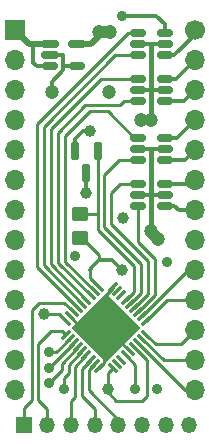
<source format=gbr>
%TF.GenerationSoftware,KiCad,Pcbnew,7.0.8*%
%TF.CreationDate,2024-04-19T17:39:30-04:00*%
%TF.ProjectId,rcl57_mcu,72636c35-375f-46d6-9375-2e6b69636164,rev?*%
%TF.SameCoordinates,Original*%
%TF.FileFunction,Copper,L1,Top*%
%TF.FilePolarity,Positive*%
%FSLAX46Y46*%
G04 Gerber Fmt 4.6, Leading zero omitted, Abs format (unit mm)*
G04 Created by KiCad (PCBNEW 7.0.8) date 2024-04-19 17:39:30*
%MOMM*%
%LPD*%
G01*
G04 APERTURE LIST*
G04 Aperture macros list*
%AMRoundRect*
0 Rectangle with rounded corners*
0 $1 Rounding radius*
0 $2 $3 $4 $5 $6 $7 $8 $9 X,Y pos of 4 corners*
0 Add a 4 corners polygon primitive as box body*
4,1,4,$2,$3,$4,$5,$6,$7,$8,$9,$2,$3,0*
0 Add four circle primitives for the rounded corners*
1,1,$1+$1,$2,$3*
1,1,$1+$1,$4,$5*
1,1,$1+$1,$6,$7*
1,1,$1+$1,$8,$9*
0 Add four rect primitives between the rounded corners*
20,1,$1+$1,$2,$3,$4,$5,0*
20,1,$1+$1,$4,$5,$6,$7,0*
20,1,$1+$1,$6,$7,$8,$9,0*
20,1,$1+$1,$8,$9,$2,$3,0*%
%AMRotRect*
0 Rectangle, with rotation*
0 The origin of the aperture is its center*
0 $1 length*
0 $2 width*
0 $3 Rotation angle, in degrees counterclockwise*
0 Add horizontal line*
21,1,$1,$2,0,0,$3*%
G04 Aperture macros list end*
%TA.AperFunction,SMDPad,CuDef*%
%ADD10RoundRect,0.062500X0.380070X-0.291682X-0.291682X0.380070X-0.380070X0.291682X0.291682X-0.380070X0*%
%TD*%
%TA.AperFunction,SMDPad,CuDef*%
%ADD11RoundRect,0.062500X0.380070X0.291682X0.291682X0.380070X-0.380070X-0.291682X-0.291682X-0.380070X0*%
%TD*%
%TA.AperFunction,SMDPad,CuDef*%
%ADD12RotRect,4.100000X4.100000X135.000000*%
%TD*%
%TA.AperFunction,SMDPad,CuDef*%
%ADD13RoundRect,0.150000X-0.512500X-0.150000X0.512500X-0.150000X0.512500X0.150000X-0.512500X0.150000X0*%
%TD*%
%TA.AperFunction,ComponentPad*%
%ADD14R,1.350000X1.350000*%
%TD*%
%TA.AperFunction,ComponentPad*%
%ADD15O,1.350000X1.350000*%
%TD*%
%TA.AperFunction,SMDPad,CuDef*%
%ADD16RoundRect,0.250000X0.450000X-0.350000X0.450000X0.350000X-0.450000X0.350000X-0.450000X-0.350000X0*%
%TD*%
%TA.AperFunction,SMDPad,CuDef*%
%ADD17RoundRect,0.150000X-0.150000X0.650000X-0.150000X-0.650000X0.150000X-0.650000X0.150000X0.650000X0*%
%TD*%
%TA.AperFunction,SMDPad,CuDef*%
%ADD18RoundRect,0.150000X-0.600000X-0.150000X0.600000X-0.150000X0.600000X0.150000X-0.600000X0.150000X0*%
%TD*%
%TA.AperFunction,ComponentPad*%
%ADD19R,1.700000X1.700000*%
%TD*%
%TA.AperFunction,ComponentPad*%
%ADD20O,1.700000X1.700000*%
%TD*%
%TA.AperFunction,ComponentPad*%
%ADD21C,1.700000*%
%TD*%
%TA.AperFunction,ViaPad*%
%ADD22C,0.900000*%
%TD*%
%TA.AperFunction,ViaPad*%
%ADD23C,1.200000*%
%TD*%
%TA.AperFunction,ViaPad*%
%ADD24C,1.000000*%
%TD*%
%TA.AperFunction,Conductor*%
%ADD25C,0.250000*%
%TD*%
%TA.AperFunction,Conductor*%
%ADD26C,0.350000*%
%TD*%
%TA.AperFunction,Conductor*%
%ADD27C,0.300000*%
%TD*%
%TA.AperFunction,Conductor*%
%ADD28C,1.000000*%
%TD*%
%TA.AperFunction,Conductor*%
%ADD29C,0.450000*%
%TD*%
%TA.AperFunction,Conductor*%
%ADD30C,0.500000*%
%TD*%
G04 APERTURE END LIST*
D10*
%TO.P,U1,1,VDD*%
%TO.N,+3V3*%
X145452201Y-110730214D03*
%TO.P,U1,2,PD0*%
%TO.N,unconnected-(U1-PD0-Pad2)*%
X145805754Y-110376661D03*
%TO.P,U1,3,PD1*%
%TO.N,unconnected-(U1-PD1-Pad3)*%
X146159308Y-110023107D03*
%TO.P,U1,4,NRST*%
%TO.N,/NRST*%
X146512861Y-109669554D03*
%TO.P,U1,5,VSSA*%
%TO.N,GND*%
X146866414Y-109316000D03*
%TO.P,U1,6,VDDA*%
%TO.N,+3V3*%
X147219968Y-108962447D03*
%TO.P,U1,7,PA0*%
%TO.N,/K1*%
X147573521Y-108608894D03*
%TO.P,U1,8,PA1*%
%TO.N,/K2*%
X147927075Y-108255340D03*
%TO.P,U1,9,PA2*%
%TO.N,/K3*%
X148280628Y-107901787D03*
D11*
%TO.P,U1,10,PA3*%
%TO.N,/K4*%
X148280628Y-106717383D03*
%TO.P,U1,11,PA4*%
%TO.N,/K5*%
X147927075Y-106363830D03*
%TO.P,U1,12,PA5*%
%TO.N,/D_DRIVE*%
X147573521Y-106010276D03*
%TO.P,U1,13,PA6*%
%TO.N,/A_DRIVE*%
X147219968Y-105656723D03*
%TO.P,U1,14,PA7*%
%TO.N,/B_DRIVE*%
X146866414Y-105303170D03*
%TO.P,U1,15,PB0*%
%TO.N,/MEMIO*%
X146512861Y-104949616D03*
%TO.P,U1,16,PB1*%
%TO.N,unconnected-(U1-PB1-Pad16)*%
X146159308Y-104596063D03*
%TO.P,U1,17,PB2*%
%TO.N,unconnected-(U1-PB2-Pad17)*%
X145805754Y-104242509D03*
%TO.P,U1,18,VSS*%
%TO.N,GND*%
X145452201Y-103888956D03*
D10*
%TO.P,U1,19,VDD*%
%TO.N,+3V3*%
X144267797Y-103888956D03*
%TO.P,U1,20,PA8*%
%TO.N,/C_DRIVE*%
X143914244Y-104242509D03*
%TO.P,U1,21,PA9*%
%TO.N,/E_DRIVE*%
X143560690Y-104596063D03*
%TO.P,U1,22,PA10*%
%TO.N,/F_DRIVE*%
X143207137Y-104949616D03*
%TO.P,U1,23,PA11*%
%TO.N,/G_DRIVE*%
X142853584Y-105303170D03*
%TO.P,U1,24,PA12*%
%TO.N,/P_DRIVE*%
X142500030Y-105656723D03*
%TO.P,U1,25,PA13*%
%TO.N,/SWDIO*%
X142146477Y-106010276D03*
%TO.P,U1,26,VSS*%
%TO.N,GND*%
X141792923Y-106363830D03*
%TO.P,U1,27,VDD*%
%TO.N,+3V3*%
X141439370Y-106717383D03*
D11*
%TO.P,U1,28,PA14*%
%TO.N,/SWCLK*%
X141439370Y-107901787D03*
%TO.P,U1,29,PA15*%
%TO.N,/LATCH*%
X141792923Y-108255340D03*
%TO.P,U1,30,PB3*%
%TO.N,/SCLK*%
X142146477Y-108608894D03*
%TO.P,U1,31,PB4*%
%TO.N,/DIRECT*%
X142500030Y-108962447D03*
%TO.P,U1,32,PB5*%
%TO.N,/SDATA*%
X142853584Y-109316000D03*
%TO.P,U1,33,PB6*%
%TO.N,/U1TXD*%
X143207137Y-109669554D03*
%TO.P,U1,34,PB7*%
%TO.N,/U1RXD*%
X143560690Y-110023107D03*
%TO.P,U1,35,BOOT0*%
%TO.N,/BOOT0*%
X143914244Y-110376661D03*
%TO.P,U1,36,VSS*%
%TO.N,GND*%
X144267797Y-110730214D03*
D12*
%TO.P,U1,37,VSS*%
X144859999Y-107309585D03*
%TD*%
D13*
%TO.P,Q2,1,GA*%
%TO.N,/C_DRIVE*%
X147562500Y-91250000D03*
%TO.P,Q2,2,SB*%
%TO.N,+3V3*%
X147562500Y-92200000D03*
%TO.P,Q2,3,GB*%
%TO.N,/B_DRIVE*%
X147562500Y-93150000D03*
%TO.P,Q2,4,DB*%
%TO.N,/SB*%
X149837500Y-93150000D03*
%TO.P,Q2,5,SA*%
%TO.N,+3V3*%
X149837500Y-92200000D03*
%TO.P,Q2,6,DA*%
%TO.N,/SC*%
X149837500Y-91250000D03*
%TD*%
D14*
%TO.P,J3,1,Pin_1*%
%TO.N,/SWDIO*%
X137900000Y-115600000D03*
D15*
%TO.P,J3,2,Pin_2*%
%TO.N,/SWCLK*%
X139900000Y-115600000D03*
%TO.P,J3,3,Pin_3*%
%TO.N,/U1TXD*%
X141900000Y-115600000D03*
%TO.P,J3,4,Pin_4*%
%TO.N,/U1RXD*%
X143900000Y-115600000D03*
%TO.P,J3,5,Pin_5*%
%TO.N,/BOOT0*%
X145900000Y-115600000D03*
%TO.P,J3,6,Pin_6*%
%TO.N,/NRST*%
X147900000Y-115600000D03*
%TO.P,J3,7,Pin_7*%
%TO.N,+3V3*%
X149900000Y-115600000D03*
%TO.P,J3,8,Pin_8*%
%TO.N,GND*%
X151900000Y-115600000D03*
%TD*%
D13*
%TO.P,Q4,1,GA*%
%TO.N,/F_DRIVE*%
X147562500Y-86250000D03*
%TO.P,Q4,2,SB*%
%TO.N,+3V3*%
X147562500Y-87200000D03*
%TO.P,Q4,3,GB*%
%TO.N,/E_DRIVE*%
X147562500Y-88150000D03*
%TO.P,Q4,4,DB*%
%TO.N,/SE*%
X149837500Y-88150000D03*
%TO.P,Q4,5,SA*%
%TO.N,+3V3*%
X149837500Y-87200000D03*
%TO.P,Q4,6,DA*%
%TO.N,/SF*%
X149837500Y-86250000D03*
%TD*%
D16*
%TO.P,R3,1*%
%TO.N,+3V3*%
X142700000Y-99700000D03*
%TO.P,R3,2*%
%TO.N,/MEMIO*%
X142700000Y-97700000D03*
%TD*%
D13*
%TO.P,Q3,1,GA*%
%TO.N,/A_DRIVE*%
X147562500Y-95150000D03*
%TO.P,Q3,2,SB*%
%TO.N,+3V3*%
X147562500Y-96100000D03*
%TO.P,Q3,3,GB*%
%TO.N,/D_DRIVE*%
X147562500Y-97050000D03*
%TO.P,Q3,4,DB*%
%TO.N,/D12SD*%
X149837500Y-97050000D03*
%TO.P,Q3,5,SA*%
%TO.N,+3V3*%
X149837500Y-96100000D03*
%TO.P,Q3,6,DA*%
%TO.N,/SA*%
X149837500Y-95150000D03*
%TD*%
D17*
%TO.P,U4,1,SCIO*%
%TO.N,/MEMIO*%
X144150000Y-92362500D03*
%TO.P,U4,2,V_{CC}*%
%TO.N,+3V3*%
X142250000Y-92362500D03*
%TO.P,U4,3,V_{SS}*%
%TO.N,GND*%
X143200000Y-94237500D03*
%TD*%
D13*
%TO.P,Q1,6,DA*%
%TO.N,/D1SP*%
X149837500Y-82350000D03*
%TO.P,Q1,5,SA*%
%TO.N,+3V3*%
X149837500Y-83300000D03*
%TO.P,Q1,4,DB*%
%TO.N,/SG*%
X149837500Y-84250000D03*
%TO.P,Q1,3,GB*%
%TO.N,/G_DRIVE*%
X147562500Y-84250000D03*
%TO.P,Q1,2,SB*%
%TO.N,+3V3*%
X147562500Y-83300000D03*
%TO.P,Q1,1,GA*%
%TO.N,/P_DRIVE*%
X147562500Y-82350000D03*
%TD*%
D18*
%TO.P,U3,1,IN*%
%TO.N,+BATT*%
X140122500Y-83300000D03*
%TO.P,U3,2,GND*%
%TO.N,GND*%
X140122500Y-84250000D03*
D13*
%TO.P,U3,3,EN*%
%TO.N,+BATT*%
X140122500Y-85200000D03*
%TO.P,U3,4,NC*%
%TO.N,GND*%
X142397500Y-85200000D03*
D18*
%TO.P,U3,5,OUT*%
%TO.N,+3V3*%
X142397500Y-83300000D03*
%TD*%
D19*
%TO.P,J1,1,Pin_1*%
%TO.N,+BATT*%
X137160000Y-82147058D03*
D20*
%TO.P,J1,2,Pin_2*%
%TO.N,/D1SP*%
X137160000Y-84687058D03*
%TO.P,J1,3,Pin_3*%
%TO.N,/D2*%
X137160000Y-87227058D03*
%TO.P,J1,4,Pin_4*%
%TO.N,/D3*%
X137160000Y-89767058D03*
%TO.P,J1,5,Pin_5*%
%TO.N,/D4*%
X137160000Y-92307058D03*
%TO.P,J1,6,Pin_6*%
%TO.N,/D5*%
X137160000Y-94847058D03*
%TO.P,J1,7,Pin_7*%
%TO.N,/D6*%
X137160000Y-97387058D03*
%TO.P,J1,8,Pin_8*%
%TO.N,/D7*%
X137160000Y-99927058D03*
%TO.P,J1,9,Pin_9*%
%TO.N,/D8*%
X137160000Y-102467058D03*
%TO.P,J1,10,Pin_10*%
%TO.N,GND*%
X137160000Y-105007058D03*
%TO.P,J1,11,Pin_11*%
%TO.N,/D9*%
X137160000Y-107547058D03*
%TO.P,J1,12,Pin_12*%
%TO.N,/D10*%
X137160000Y-110087058D03*
%TO.P,J1,13,Pin_13*%
%TO.N,/D11*%
X137160000Y-112627058D03*
%TD*%
D21*
%TO.P,J2,1,Pin_1*%
%TO.N,/SG*%
X152360000Y-82147056D03*
D20*
%TO.P,J2,2,Pin_2*%
%TO.N,/SF*%
X152360000Y-84687056D03*
%TO.P,J2,3,Pin_3*%
%TO.N,/SE*%
X152360000Y-87227056D03*
%TO.P,J2,4,Pin_4*%
%TO.N,/SC*%
X152360000Y-89767056D03*
%TO.P,J2,5,Pin_5*%
%TO.N,/SB*%
X152360000Y-92307056D03*
%TO.P,J2,6,Pin_6*%
%TO.N,/SA*%
X152360000Y-94847056D03*
%TO.P,J2,7,Pin_7*%
%TO.N,/D12SD*%
X152360000Y-97387056D03*
%TO.P,J2,8,Pin_8*%
%TO.N,unconnected-(J2-Pin_8-Pad8)*%
X152360000Y-99927056D03*
%TO.P,J2,9,Pin_9*%
%TO.N,/K5*%
X152360000Y-102467056D03*
%TO.P,J2,10,Pin_10*%
%TO.N,/K4*%
X152360000Y-105007056D03*
%TO.P,J2,11,Pin_11*%
%TO.N,/K3*%
X152360000Y-107547056D03*
%TO.P,J2,12,Pin_12*%
%TO.N,/K2*%
X152360000Y-110087056D03*
%TO.P,J2,13,Pin_13*%
%TO.N,/K1*%
X152360000Y-112627056D03*
%TD*%
D22*
%TO.N,GND*%
X149200000Y-112500000D03*
D23*
X145100000Y-87400000D03*
X140300000Y-87400000D03*
D24*
X145000000Y-107309585D03*
X146300000Y-98000000D03*
X143200000Y-95900000D03*
D23*
%TO.N,+3V3*%
X145200000Y-82300000D03*
X148700000Y-99100000D03*
D24*
X145000000Y-112500000D03*
D23*
X147800000Y-89700000D03*
X148700000Y-89700000D03*
D24*
X139600002Y-106200000D03*
D23*
X144300000Y-82300000D03*
X149300000Y-99800000D03*
D24*
X146200000Y-102400000D03*
X143500000Y-90700000D03*
D22*
%TO.N,/NRST*%
X147300000Y-112500000D03*
%TO.N,/D1SP*%
X146200000Y-80900000D03*
%TO.N,/D12SD*%
X150000000Y-101800000D03*
X142250000Y-101250000D03*
%TO.N,/LATCH*%
X140000000Y-109400000D03*
%TO.N,/SCLK*%
X139999994Y-110700000D03*
%TO.N,/SDATA*%
X141300000Y-112500000D03*
%TO.N,/DIRECT*%
X140000000Y-112000000D03*
%TD*%
D25*
%TO.N,+3V3*%
X142800000Y-99700000D02*
X142700000Y-99700000D01*
X144300000Y-101600000D02*
X144300000Y-101200000D01*
X144300000Y-101200000D02*
X142800000Y-99700000D01*
%TO.N,/K2*%
X152347056Y-110100000D02*
X152359999Y-110087057D01*
X149771735Y-110100000D02*
X152347056Y-110100000D01*
X147927075Y-108255340D02*
X149771735Y-110100000D01*
%TO.N,/K3*%
X151247059Y-108700000D02*
X152400000Y-107547059D01*
X149078841Y-108700000D02*
X151247059Y-108700000D01*
X148280628Y-107901787D02*
X149078841Y-108700000D01*
%TO.N,+3V3*%
X145700000Y-113500000D02*
X145000000Y-112800000D01*
X145000000Y-112800000D02*
X145000000Y-112500000D01*
X147900000Y-113500000D02*
X145700000Y-113500000D01*
X148300000Y-113100000D02*
X147900000Y-113500000D01*
X148300000Y-110042477D02*
X148300000Y-113100000D01*
X147219969Y-108962446D02*
X148300000Y-110042477D01*
%TO.N,/U1TXD*%
X142225000Y-113175000D02*
X141900000Y-113500000D01*
X141900000Y-113500000D02*
X141900000Y-115600000D01*
X143207136Y-109669554D02*
X142225000Y-110651690D01*
X142225000Y-110651690D02*
X142225000Y-113175000D01*
%TO.N,/SWCLK*%
X139125000Y-108675000D02*
X139125000Y-113425000D01*
X139125000Y-113425000D02*
X139900000Y-114200000D01*
X139900000Y-114200000D02*
X139900000Y-115600000D01*
X140200000Y-107600000D02*
X139125000Y-108675000D01*
X141439372Y-107901787D02*
X141137585Y-107600000D01*
X141137585Y-107600000D02*
X140200000Y-107600000D01*
%TO.N,GND*%
X144859999Y-107309585D02*
X144684631Y-107484953D01*
X144684631Y-110315369D02*
X144227122Y-110772878D01*
X146866415Y-109316000D02*
X144859999Y-107309585D01*
X144684631Y-107484953D02*
X144684631Y-110315369D01*
D26*
X141260000Y-85200000D02*
X141260000Y-84250000D01*
X142397500Y-85200000D02*
X141260000Y-85200000D01*
D25*
X144859999Y-107309585D02*
X142738679Y-107309583D01*
X144859999Y-104516514D02*
X145452200Y-103924313D01*
D26*
X140122500Y-84250000D02*
X141260000Y-84250000D01*
X141260000Y-85540000D02*
X141260000Y-85200000D01*
X140300000Y-86500000D02*
X141260000Y-85540000D01*
X140300000Y-87400000D02*
X140300000Y-86500000D01*
D25*
X144859999Y-107309585D02*
X144859999Y-104516514D01*
D27*
X143200000Y-94237500D02*
X143200000Y-95900000D01*
D25*
X145452200Y-103924313D02*
X145452200Y-103888956D01*
X142738679Y-107309583D02*
X141792923Y-106363830D01*
D26*
%TO.N,+3V3*%
X143700000Y-102200000D02*
X143500000Y-102400000D01*
D28*
X144300000Y-82300000D02*
X145200000Y-82300000D01*
D29*
X148700000Y-96100000D02*
X148700000Y-92200000D01*
D27*
X143500000Y-90700000D02*
X142900000Y-90700000D01*
D26*
X148700000Y-83300000D02*
X147562500Y-83300000D01*
D27*
X148700000Y-96100000D02*
X149837500Y-96100000D01*
D26*
X148700000Y-87200000D02*
X149837500Y-87200000D01*
X147562500Y-92200000D02*
X148700000Y-92200000D01*
D30*
X144300000Y-82300000D02*
X144300000Y-82600000D01*
D29*
X148700000Y-99200000D02*
X148700000Y-96100000D01*
D28*
X148700000Y-99200000D02*
X149300000Y-99800000D01*
D27*
X148700000Y-96100000D02*
X147562500Y-96100000D01*
D26*
X148700000Y-83300000D02*
X149837500Y-83300000D01*
D25*
X143500000Y-103121155D02*
X144267798Y-103888953D01*
D30*
X144300000Y-82600000D02*
X143600000Y-83300000D01*
D25*
X145000000Y-112500000D02*
X145000000Y-111182413D01*
D30*
X143600000Y-83300000D02*
X142410000Y-83300000D01*
D26*
X145400000Y-101600000D02*
X144300000Y-101600000D01*
D27*
X142900000Y-90700000D02*
X142250000Y-91350000D01*
X142250000Y-91350000D02*
X142250000Y-92362500D01*
D29*
X148700000Y-89700000D02*
X148700000Y-87200000D01*
D25*
X140921989Y-106200000D02*
X139600002Y-106200000D01*
D26*
X144300000Y-101600000D02*
X143700000Y-102200000D01*
D25*
X143500000Y-102400000D02*
X143500000Y-103121155D01*
X145000000Y-111182413D02*
X145452201Y-110730212D01*
D26*
X148700000Y-92200000D02*
X149837500Y-92200000D01*
X148700000Y-87200000D02*
X147562500Y-87200000D01*
D28*
X148700000Y-99100000D02*
X148700000Y-99200000D01*
D25*
X141439370Y-106717381D02*
X140921989Y-106200000D01*
D29*
X148700000Y-87200000D02*
X148700000Y-83300000D01*
D26*
X146200000Y-102400000D02*
X145400000Y-101600000D01*
%TO.N,+BATT*%
X139000000Y-85202944D02*
X138700000Y-84902944D01*
X137312943Y-82300001D02*
X137160000Y-82147058D01*
D30*
X138312943Y-83300001D02*
X137312943Y-82300001D01*
D26*
X140119556Y-85202944D02*
X139000000Y-85202944D01*
D30*
X140122500Y-83300000D02*
X138312943Y-83300001D01*
D26*
X138700000Y-84902944D02*
X138700000Y-83300001D01*
D25*
%TO.N,/NRST*%
X146512863Y-109669554D02*
X147300000Y-110456691D01*
X147300000Y-110456691D02*
X147300000Y-112499998D01*
D27*
%TO.N,/D1SP*%
X149100000Y-80900000D02*
X149837500Y-81637500D01*
X146200000Y-80900000D02*
X149100000Y-80900000D01*
X149837500Y-81637500D02*
X149837500Y-82350000D01*
%TO.N,/SG*%
X149837500Y-84250000D02*
X150650000Y-84250000D01*
X150650000Y-84250000D02*
X152360000Y-82540000D01*
X152360000Y-82540000D02*
X152360000Y-82147056D01*
%TO.N,/SF*%
X149837500Y-86250000D02*
X150797056Y-86250000D01*
X150797056Y-86250000D02*
X152360000Y-84687056D01*
%TO.N,/SE*%
X151437056Y-88150000D02*
X152360000Y-87227056D01*
X149837500Y-88150000D02*
X151437056Y-88150000D01*
%TO.N,/SC*%
X150877056Y-91250000D02*
X152360000Y-89767056D01*
X149837500Y-91250000D02*
X150877056Y-91250000D01*
%TO.N,/SB*%
X149837500Y-93150000D02*
X151517056Y-93150000D01*
X151517056Y-93150000D02*
X152360000Y-92307056D01*
%TO.N,/SA*%
X149837500Y-95150000D02*
X152057056Y-95150000D01*
X152057056Y-95150000D02*
X152360000Y-94847056D01*
%TO.N,/D12SD*%
X151012944Y-97387056D02*
X152360000Y-97387056D01*
X151000000Y-97400000D02*
X151012944Y-97387056D01*
X150650000Y-97050000D02*
X151000000Y-97400000D01*
X149837500Y-97050000D02*
X150650000Y-97050000D01*
D25*
%TO.N,/K5*%
X147927075Y-106363830D02*
X151823849Y-102467056D01*
X151823849Y-102467056D02*
X152359999Y-102467056D01*
%TO.N,/K4*%
X152352941Y-105000000D02*
X152359999Y-105007058D01*
X148280628Y-106717383D02*
X149998011Y-105000000D01*
X149998011Y-105000000D02*
X152352941Y-105000000D01*
%TO.N,/K1*%
X147573521Y-108608894D02*
X151591685Y-112627058D01*
X151591685Y-112627058D02*
X152359999Y-112627058D01*
%TO.N,/SWDIO*%
X142146478Y-106010274D02*
X141336204Y-105200000D01*
X138575000Y-113425000D02*
X137900000Y-114100000D01*
X141336204Y-105200000D02*
X139200000Y-105200000D01*
X137900000Y-114100000D02*
X137900000Y-115600000D01*
X138575000Y-105825000D02*
X138575000Y-113425000D01*
X139200000Y-105200000D02*
X138575000Y-105825000D01*
%TO.N,/SWCLK*%
X139700000Y-115580000D02*
X139720000Y-115600000D01*
%TO.N,/U1RXD*%
X143560691Y-110023107D02*
X142800000Y-110783798D01*
X142800000Y-110783798D02*
X142800000Y-113100000D01*
X142800000Y-113100000D02*
X143900000Y-114200000D01*
X143900000Y-114200000D02*
X143900000Y-115600000D01*
%TO.N,/BOOT0*%
X143400000Y-110890905D02*
X143914244Y-110376661D01*
X143400000Y-112600000D02*
X143400000Y-110890905D01*
X145900000Y-115100000D02*
X143400000Y-112600000D01*
X145900000Y-115600000D02*
X145900000Y-115100000D01*
%TO.N,/P_DRIVE*%
X139000000Y-102156689D02*
X139000000Y-90100000D01*
X139000000Y-90100000D02*
X140675000Y-88425000D01*
X140683148Y-88425000D02*
X141225000Y-87883148D01*
X142500031Y-105656720D02*
X139000000Y-102156689D01*
X146750000Y-82350000D02*
X147562500Y-82350000D01*
X140675000Y-88425000D02*
X140683148Y-88425000D01*
X141225000Y-87883148D02*
X141225000Y-87875000D01*
X141225000Y-87875000D02*
X146750000Y-82350000D01*
%TO.N,/G_DRIVE*%
X139600000Y-102049585D02*
X139600000Y-90300000D01*
X145650000Y-84250000D02*
X147562500Y-84250000D01*
X142853584Y-105303169D02*
X139600000Y-102049585D01*
X139600000Y-90300000D02*
X145650000Y-84250000D01*
%TO.N,/A_DRIVE*%
X145275000Y-98575000D02*
X145275000Y-95925000D01*
X148400000Y-104476691D02*
X148400000Y-101700000D01*
X147219968Y-105656723D02*
X148400000Y-104476691D01*
X146050000Y-95150000D02*
X147562500Y-95150000D01*
X145275000Y-95925000D02*
X146050000Y-95150000D01*
X148400000Y-101700000D02*
X145275000Y-98575000D01*
%TO.N,/D_DRIVE*%
X149000000Y-101500000D02*
X147562500Y-100062500D01*
X147573521Y-106010276D02*
X149000000Y-104583797D01*
X149000000Y-104583797D02*
X149000000Y-101500000D01*
X147562500Y-100062500D02*
X147562500Y-97050000D01*
%TO.N,/C_DRIVE*%
X143914245Y-104242508D02*
X141400000Y-101728263D01*
X145000000Y-89000000D02*
X147250000Y-91250000D01*
X143500000Y-89000000D02*
X145000000Y-89000000D01*
X147250000Y-91250000D02*
X147562500Y-91250000D01*
X141400000Y-91100000D02*
X143500000Y-89000000D01*
X141400000Y-101728263D02*
X141400000Y-91100000D01*
%TO.N,/B_DRIVE*%
X147800000Y-104369584D02*
X146866414Y-105303170D01*
X145950000Y-93150000D02*
X144700000Y-94400000D01*
X144700000Y-98800000D02*
X147800000Y-101900000D01*
X147562500Y-93150000D02*
X145950000Y-93150000D01*
X147800000Y-101900000D02*
X147800000Y-104369584D01*
X144700000Y-94400000D02*
X144700000Y-98800000D01*
%TO.N,/F_DRIVE*%
X140200000Y-90500000D02*
X144450000Y-86250000D01*
X140200000Y-101942477D02*
X140200000Y-90500000D01*
X144450000Y-86250000D02*
X147562500Y-86250000D01*
X143207138Y-104949615D02*
X140200000Y-101942477D01*
%TO.N,/E_DRIVE*%
X143100000Y-88500000D02*
X140800000Y-90800000D01*
X140800000Y-101835373D02*
X143560690Y-104596063D01*
X140800000Y-90800000D02*
X140800000Y-101835373D01*
X147562500Y-88150000D02*
X146403125Y-88150000D01*
X146053125Y-88500000D02*
X143100000Y-88500000D01*
X146403125Y-88150000D02*
X146053125Y-88500000D01*
%TO.N,/MEMIO*%
X147200000Y-102100000D02*
X144150000Y-99050000D01*
X146512861Y-104949616D02*
X147200000Y-104262477D01*
X142700000Y-97700000D02*
X144150000Y-97700000D01*
X144150000Y-99050000D02*
X144150000Y-92362500D01*
X147200000Y-104262477D02*
X147200000Y-102100000D01*
%TO.N,/LATCH*%
X141792924Y-108255340D02*
X140648264Y-109400000D01*
X140648264Y-109400000D02*
X140000000Y-109400000D01*
%TO.N,/SCLK*%
X140055372Y-110700000D02*
X139999994Y-110700000D01*
X142146478Y-108608894D02*
X140055372Y-110700000D01*
%TO.N,/SDATA*%
X141700000Y-111200000D02*
X141300000Y-111600000D01*
X141300000Y-111600000D02*
X141300000Y-112500000D01*
X141700000Y-110469584D02*
X141700000Y-111200000D01*
X142853584Y-109316000D02*
X141700000Y-110469584D01*
%TO.N,/DIRECT*%
X141100000Y-110900000D02*
X140000000Y-112000000D01*
X141100000Y-110362477D02*
X141100000Y-110900000D01*
X142500030Y-108962447D02*
X141100000Y-110362477D01*
%TD*%
M02*

</source>
